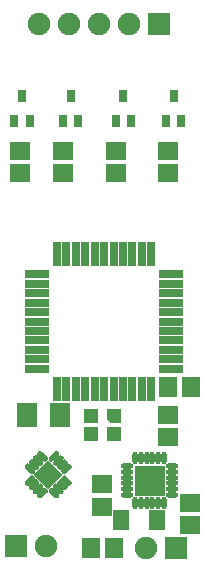
<source format=gts>
G04 DipTrace Beta 2.3.5.2*
%INIoDriverRevC.gts*%
%MOIN*%
%ADD55R,0.0513X0.0474*%
%ADD63R,0.1045X0.1045*%
%ADD65O,0.0415X0.0198*%
%ADD67O,0.0198X0.0415*%
%ADD69R,0.0277X0.0789*%
%ADD71R,0.0789X0.0277*%
%ADD77R,0.0277X0.0415*%
%ADD79R,0.0553X0.071*%
%ADD81C,0.075*%
%ADD83R,0.075X0.075*%
%ADD87R,0.071X0.0789*%
%ADD89R,0.0592X0.0671*%
%ADD91R,0.0671X0.0592*%
%FSLAX44Y44*%
G04*
G70*
G90*
G75*
G01*
%LNTopMask*%
%LPD*%
D89*
X7190Y4503D3*
X7938D3*
D91*
X9753Y8940D3*
Y8192D3*
X10473Y6009D3*
Y5261D3*
D89*
X10503Y9878D3*
X9755D3*
D87*
X6166Y8934D3*
X5063D3*
D83*
X10003Y4503D3*
D81*
X9003D3*
D83*
X9457Y21961D3*
D81*
X8457D3*
X7457D3*
X6457D3*
X5457D3*
D83*
X4690Y4565D3*
D81*
X5690D3*
D79*
X9378Y5438D3*
X8197D3*
D77*
X8003Y18753D3*
X8515D3*
X8259Y19579D3*
X6253Y18753D3*
X6765D3*
X6509Y19579D3*
X4628Y18753D3*
X5140D3*
X4884Y19579D3*
X9690Y18752D3*
X10202D3*
X9946Y19579D3*
D91*
X4815Y17003D3*
Y17751D3*
X6253Y17003D3*
Y17751D3*
X8003Y17003D3*
Y17751D3*
X9753Y17003D3*
Y17751D3*
X7565Y5876D3*
Y6624D3*
D71*
X5378Y13628D3*
Y13313D3*
Y12998D3*
Y12683D3*
Y12368D3*
Y12053D3*
Y11738D3*
Y11423D3*
Y11108D3*
Y10793D3*
Y10478D3*
D69*
X6047Y9809D3*
X6362D3*
X6677D3*
X6992D3*
X7307D3*
X7622D3*
X7937D3*
X8252D3*
X8567D3*
X8882D3*
X9197D3*
D71*
X9866Y10478D3*
Y10793D3*
Y11108D3*
Y11423D3*
Y11738D3*
Y12053D3*
Y12368D3*
Y12683D3*
Y12998D3*
Y13313D3*
Y13628D3*
D69*
X9197Y14297D3*
X8882D3*
X8567D3*
X8252D3*
X7937D3*
X7622D3*
X7307D3*
X6992D3*
X6677D3*
X6362D3*
X6047D3*
G36*
X5575Y7415D2*
X5609Y7394D1*
X5653Y7389D1*
X5695Y7404D1*
X5727Y7435D1*
X5741Y7477D1*
X5736Y7522D1*
X5715Y7556D1*
X5556Y7715D1*
X5522Y7736D1*
X5477Y7741D1*
X5435Y7727D1*
X5404Y7695D1*
X5389Y7653D1*
X5394Y7609D1*
X5415Y7575D1*
X5575Y7415D1*
G37*
G36*
X5436Y7276D2*
X5469Y7255D1*
X5514Y7250D1*
X5556Y7265D1*
X5587Y7296D1*
X5602Y7338D1*
X5597Y7383D1*
X5576Y7416D1*
X5416Y7576D1*
X5383Y7597D1*
X5338Y7602D1*
X5296Y7587D1*
X5265Y7556D1*
X5250Y7514D1*
X5255Y7469D1*
X5276Y7436D1*
X5436Y7276D1*
G37*
G36*
X5296Y7137D2*
X5330Y7116D1*
X5375Y7111D1*
X5417Y7125D1*
X5448Y7157D1*
X5463Y7199D1*
X5458Y7243D1*
X5437Y7277D1*
X5277Y7437D1*
X5243Y7458D1*
X5199Y7463D1*
X5157Y7448D1*
X5125Y7417D1*
X5111Y7375D1*
X5116Y7330D1*
X5137Y7296D1*
X5296Y7137D1*
G37*
G36*
X5157Y6998D2*
X5191Y6976D1*
X5235Y6971D1*
X5277Y6986D1*
X5309Y7018D1*
X5324Y7060D1*
X5319Y7104D1*
X5297Y7138D1*
X5138Y7297D1*
X5104Y7319D1*
X5060Y7324D1*
X5018Y7309D1*
X4986Y7277D1*
X4971Y7235D1*
X4976Y7191D1*
X4998Y7157D1*
X5157Y6998D1*
G37*
G36*
X4998Y6748D2*
X4976Y6714D1*
X4971Y6670D1*
X4986Y6628D1*
X5018Y6596D1*
X5060Y6582D1*
X5104Y6587D1*
X5138Y6608D1*
X5297Y6767D1*
X5319Y6801D1*
X5324Y6846D1*
X5309Y6888D1*
X5277Y6919D1*
X5235Y6934D1*
X5191Y6929D1*
X5157Y6908D1*
X4998Y6748D1*
G37*
G36*
X5137Y6609D2*
X5116Y6575D1*
X5111Y6531D1*
X5125Y6489D1*
X5157Y6457D1*
X5199Y6442D1*
X5243Y6447D1*
X5277Y6469D1*
X5437Y6628D1*
X5458Y6662D1*
X5463Y6706D1*
X5448Y6749D1*
X5417Y6780D1*
X5375Y6795D1*
X5330Y6790D1*
X5296Y6769D1*
X5137Y6609D1*
G37*
G36*
X5276Y6470D2*
X5255Y6436D1*
X5250Y6392D1*
X5265Y6350D1*
X5296Y6318D1*
X5338Y6303D1*
X5383Y6308D1*
X5416Y6330D1*
X5576Y6489D1*
X5597Y6523D1*
X5602Y6567D1*
X5587Y6609D1*
X5556Y6641D1*
X5514Y6656D1*
X5469Y6651D1*
X5436Y6629D1*
X5276Y6470D1*
G37*
G36*
X5415Y6331D2*
X5394Y6297D1*
X5389Y6252D1*
X5404Y6210D1*
X5435Y6179D1*
X5477Y6164D1*
X5522Y6169D1*
X5556Y6190D1*
X5715Y6350D1*
X5736Y6384D1*
X5741Y6428D1*
X5727Y6470D1*
X5695Y6502D1*
X5653Y6516D1*
X5609Y6511D1*
X5575Y6490D1*
X5415Y6331D1*
G37*
G36*
X5965Y6190D2*
X5998Y6169D1*
X6043Y6164D1*
X6085Y6179D1*
X6116Y6210D1*
X6131Y6252D1*
X6126Y6297D1*
X6105Y6331D1*
X5945Y6490D1*
X5911Y6511D1*
X5867Y6516D1*
X5825Y6502D1*
X5793Y6470D1*
X5779Y6428D1*
X5784Y6384D1*
X5805Y6350D1*
X5965Y6190D1*
G37*
G36*
X6104Y6330D2*
X6138Y6308D1*
X6182Y6303D1*
X6224Y6318D1*
X6256Y6350D1*
X6270Y6392D1*
X6265Y6436D1*
X6244Y6470D1*
X6084Y6629D1*
X6051Y6651D1*
X6006Y6656D1*
X5964Y6641D1*
X5933Y6609D1*
X5918Y6567D1*
X5923Y6523D1*
X5944Y6489D1*
X6104Y6330D1*
G37*
G36*
X6243Y6469D2*
X6277Y6447D1*
X6321Y6442D1*
X6363Y6457D1*
X6395Y6489D1*
X6409Y6531D1*
X6404Y6575D1*
X6383Y6609D1*
X6224Y6769D1*
X6190Y6790D1*
X6146Y6795D1*
X6103Y6780D1*
X6072Y6749D1*
X6057Y6706D1*
X6062Y6662D1*
X6083Y6628D1*
X6243Y6469D1*
G37*
G36*
X6382Y6608D2*
X6416Y6587D1*
X6460Y6582D1*
X6502Y6596D1*
X6534Y6628D1*
X6549Y6670D1*
X6544Y6714D1*
X6522Y6748D1*
X6363Y6908D1*
X6329Y6929D1*
X6285Y6934D1*
X6243Y6919D1*
X6211Y6888D1*
X6196Y6846D1*
X6201Y6801D1*
X6223Y6767D1*
X6382Y6608D1*
G37*
G36*
X6223Y7138D2*
X6201Y7104D1*
X6196Y7060D1*
X6211Y7018D1*
X6243Y6986D1*
X6285Y6971D1*
X6329Y6976D1*
X6363Y6998D1*
X6522Y7157D1*
X6544Y7191D1*
X6549Y7235D1*
X6534Y7277D1*
X6502Y7309D1*
X6460Y7324D1*
X6416Y7319D1*
X6382Y7297D1*
X6223Y7138D1*
G37*
G36*
X6083Y7277D2*
X6062Y7243D1*
X6057Y7199D1*
X6072Y7157D1*
X6103Y7125D1*
X6146Y7111D1*
X6190Y7116D1*
X6224Y7137D1*
X6383Y7296D1*
X6404Y7330D1*
X6409Y7375D1*
X6395Y7417D1*
X6363Y7448D1*
X6321Y7463D1*
X6277Y7458D1*
X6243Y7437D1*
X6083Y7277D1*
G37*
G36*
X5944Y7416D2*
X5923Y7383D1*
X5918Y7338D1*
X5933Y7296D1*
X5964Y7265D1*
X6006Y7250D1*
X6051Y7255D1*
X6084Y7276D1*
X6244Y7436D1*
X6265Y7469D1*
X6270Y7514D1*
X6256Y7556D1*
X6224Y7587D1*
X6182Y7602D1*
X6138Y7597D1*
X6104Y7576D1*
X5944Y7416D1*
G37*
G36*
X5805Y7556D2*
X5784Y7522D1*
X5779Y7477D1*
X5793Y7435D1*
X5825Y7404D1*
X5867Y7389D1*
X5911Y7394D1*
X5945Y7415D1*
X6105Y7575D1*
X6126Y7609D1*
X6131Y7653D1*
X6116Y7695D1*
X6085Y7727D1*
X6043Y7741D1*
X5998Y7736D1*
X5965Y7715D1*
X5805Y7556D1*
G37*
G36*
X5760Y7427D2*
X6234Y6953D1*
X5760Y6478D1*
X5286Y6953D1*
X5760Y7427D1*
G37*
D67*
X9628Y7503D3*
X9431D3*
X9234D3*
X9037D3*
X8840D3*
X8643D3*
D65*
X8387Y7247D3*
Y7050D3*
Y6853D3*
Y6656D3*
Y6459D3*
Y6263D3*
D67*
X8643Y6007D3*
X8840D3*
X9037D3*
X9234D3*
X9431D3*
X9628D3*
D65*
X9884Y6263D3*
Y6459D3*
Y6656D3*
Y6853D3*
Y7050D3*
Y7247D3*
D63*
X9136Y6755D3*
D55*
X7201Y8312D3*
X7949D3*
G36*
X7709Y8809D2*
Y9125D1*
X8032Y9124D1*
X8189Y9125D1*
Y8827D1*
Y8680D1*
X7851D1*
X7709Y8809D1*
G37*
D55*
X7201Y8902D3*
M02*

</source>
